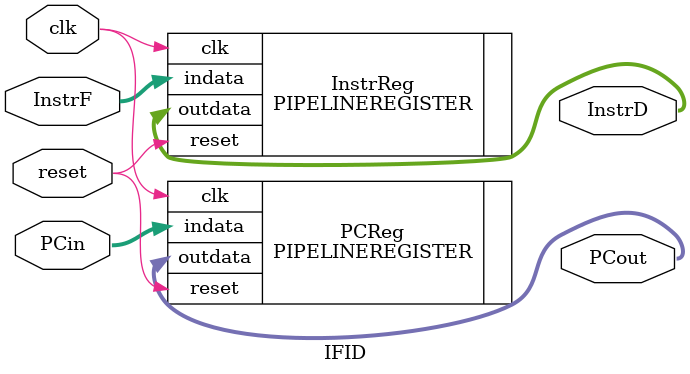
<source format=sv>
module IFID(clk, reset, InstrF, PCin, InstrD, PCout);
    input clk, reset;
    input [15:0] InstrF;
    input [8:0] PCin;
    output reg [15:0] InstrD;
    output reg [8:0] PCout;

    PIPELINEREGISTER #(16) InstrReg(.indata(InstrF), .outdata(InstrD), .clk(clk), .reset(reset));
    PIPELINEREGISTER #(9) PCReg(.indata(PCin), .outdata(PCout), .clk(clk), .reset(reset));

endmodule : IFID
</source>
